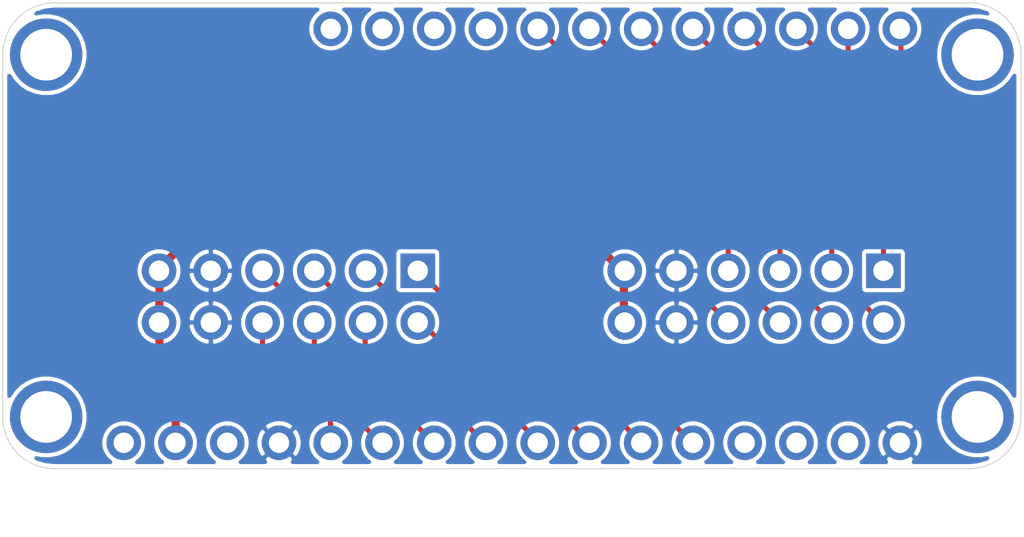
<source format=kicad_pcb>
(kicad_pcb (version 20171130) (host pcbnew "(5.1.2)-1")

  (general
    (thickness 1.6)
    (drawings 0)
    (tracks 79)
    (zones 0)
    (modules 3)
    (nets 19)
  )

  (page A4)
  (layers
    (0 F.Cu signal)
    (31 B.Cu signal)
    (32 B.Adhes user)
    (33 F.Adhes user)
    (34 B.Paste user)
    (35 F.Paste user)
    (36 B.SilkS user)
    (37 F.SilkS user)
    (38 B.Mask user)
    (39 F.Mask user)
    (40 Dwgs.User user)
    (41 Cmts.User user)
    (42 Eco1.User user)
    (43 Eco2.User user)
    (44 Edge.Cuts user)
    (45 Margin user)
    (46 B.CrtYd user)
    (47 F.CrtYd user)
    (48 B.Fab user)
    (49 F.Fab user)
  )

  (setup
    (last_trace_width 0.25)
    (trace_clearance 0.2)
    (zone_clearance 0.508)
    (zone_45_only no)
    (trace_min 0.2)
    (via_size 0.8)
    (via_drill 0.4)
    (via_min_size 0.4)
    (via_min_drill 0.3)
    (uvia_size 0.3)
    (uvia_drill 0.1)
    (uvias_allowed no)
    (uvia_min_size 0.2)
    (uvia_min_drill 0.1)
    (edge_width 0.05)
    (segment_width 0.2)
    (pcb_text_width 0.3)
    (pcb_text_size 1.5 1.5)
    (mod_edge_width 0.12)
    (mod_text_size 1 1)
    (mod_text_width 0.15)
    (pad_size 1.524 1.524)
    (pad_drill 0.762)
    (pad_to_mask_clearance 0.051)
    (solder_mask_min_width 0.25)
    (aux_axis_origin 0 0)
    (visible_elements FFFFFF7F)
    (pcbplotparams
      (layerselection 0x010fc_ffffffff)
      (usegerberextensions false)
      (usegerberattributes false)
      (usegerberadvancedattributes false)
      (creategerberjobfile false)
      (excludeedgelayer true)
      (linewidth 0.100000)
      (plotframeref false)
      (viasonmask false)
      (mode 1)
      (useauxorigin false)
      (hpglpennumber 1)
      (hpglpenspeed 20)
      (hpglpendiameter 15.000000)
      (psnegative false)
      (psa4output false)
      (plotreference true)
      (plotvalue true)
      (plotinvisibletext false)
      (padsonsilk false)
      (subtractmaskfromsilk false)
      (outputformat 1)
      (mirror false)
      (drillshape 1)
      (scaleselection 1)
      (outputdirectory ""))
  )

  (net 0 "")
  (net 1 +3V3)
  (net 2 GND)
  (net 3 /P1_10)
  (net 4 /P1_4)
  (net 5 /P1_9)
  (net 6 /P1_3)
  (net 7 /P1_8)
  (net 8 /P1_2)
  (net 9 /P1_7)
  (net 10 /P1_1)
  (net 11 /P2_10)
  (net 12 /P2_4)
  (net 13 /P2_9)
  (net 14 /P2_3)
  (net 15 /P2_8)
  (net 16 /P2_2)
  (net 17 /P2_7)
  (net 18 /P2_1)

  (net_class Default "This is the default net class."
    (clearance 0.2)
    (trace_width 0.25)
    (via_dia 0.8)
    (via_drill 0.4)
    (uvia_dia 0.3)
    (uvia_drill 0.1)
    (add_net +3V3)
    (add_net /P1_1)
    (add_net /P1_10)
    (add_net /P1_2)
    (add_net /P1_3)
    (add_net /P1_4)
    (add_net /P1_7)
    (add_net /P1_8)
    (add_net /P1_9)
    (add_net /P2_1)
    (add_net /P2_10)
    (add_net /P2_2)
    (add_net /P2_3)
    (add_net /P2_4)
    (add_net /P2_7)
    (add_net /P2_8)
    (add_net /P2_9)
    (add_net GND)
    (add_net "Net-(J1-Pad1)")
    (add_net "Net-(J1-Pad13)")
    (add_net "Net-(J1-Pad14)")
    (add_net "Net-(J1-Pad15)")
    (add_net "Net-(J1-Pad25)")
    (add_net "Net-(J1-Pad26)")
    (add_net "Net-(J1-Pad27)")
    (add_net "Net-(J1-Pad28)")
    (add_net "Net-(J1-Pad3)")
  )

  (module josh-footprints:PMOD_HOST locked (layer F.Cu) (tedit 5D1200D6) (tstamp 5D1282A7)
    (at 99.822 75.946 270)
    (descr "Through hole angled socket strip, 2x06, 2.54mm pitch, 8.51mm socket length, double cols (from Kicad 4.0.7), script generated")
    (tags "Through hole angled socket strip THT 2x06 2.54mm double row")
    (path /5D13FDD1)
    (fp_text reference J3 (at 0.3192 9.10956 270) (layer F.SilkS) hide
      (effects (font (size 1 1) (thickness 0.15)))
    )
    (fp_text value PMOD (at 0.3192 -9.13044 270) (layer F.Fab)
      (effects (font (size 1 1) (thickness 0.15)))
    )
    (fp_text user "Board Edge" (at 5.6388 -0.3556) (layer F.Fab)
      (effects (font (size 0.8 0.8) (thickness 0.1)))
    )
    (fp_line (start 7.2136 -0.3556) (end 6.4008 0.3048) (layer F.Fab) (width 0.12))
    (fp_line (start 6.4008 -1.1176) (end 7.2136 -0.3556) (layer F.Fab) (width 0.12))
    (fp_line (start 7.366 8.0772) (end 7.366 -8.0264) (layer F.Fab) (width 0.12))
    (fp_line (start -7.1308 8.13956) (end 7.7192 8.13956) (layer F.CrtYd) (width 0.05))
    (fp_line (start 7.7192 8.13956) (end 7.7192 -8.11044) (layer F.CrtYd) (width 0.05))
    (fp_line (start 7.7192 -8.11044) (end -7.1308 -8.11044) (layer F.CrtYd) (width 0.05))
    (fp_line (start -7.1308 -8.11044) (end -7.1308 8.13956) (layer F.CrtYd) (width 0.05))
    (pad 1 thru_hole rect (at -5.3308 -6.36044 90) (size 1.7 1.7) (drill 1) (layers *.Cu *.Mask)
      (net 10 /P1_1))
    (pad 12 thru_hole oval (at -2.7908 6.33956 90) (size 1.7 1.7) (drill 1) (layers *.Cu *.Mask)
      (net 1 +3V3))
    (pad 5 thru_hole oval (at -5.3308 3.79956 90) (size 1.7 1.7) (drill 1) (layers *.Cu *.Mask)
      (net 2 GND))
    (pad 11 thru_hole oval (at -2.7908 3.79956 90) (size 1.7 1.7) (drill 1) (layers *.Cu *.Mask)
      (net 2 GND))
    (pad 4 thru_hole oval (at -5.3308 1.25956 90) (size 1.7 1.7) (drill 1) (layers *.Cu *.Mask)
      (net 4 /P1_4))
    (pad 10 thru_hole oval (at -2.7908 1.25956 90) (size 1.7 1.7) (drill 1) (layers *.Cu *.Mask)
      (net 3 /P1_10))
    (pad 3 thru_hole oval (at -5.3308 -1.28044 90) (size 1.7 1.7) (drill 1) (layers *.Cu *.Mask)
      (net 6 /P1_3))
    (pad 9 thru_hole oval (at -2.7908 -1.28044 90) (size 1.7 1.7) (drill 1) (layers *.Cu *.Mask)
      (net 5 /P1_9))
    (pad 2 thru_hole oval (at -5.3308 -3.82044 90) (size 1.7 1.7) (drill 1) (layers *.Cu *.Mask)
      (net 8 /P1_2))
    (pad 8 thru_hole oval (at -2.7908 -3.82044 90) (size 1.7 1.7) (drill 1) (layers *.Cu *.Mask)
      (net 7 /P1_8))
    (pad 6 thru_hole oval (at -5.3308 6.33956 90) (size 1.7 1.7) (drill 1) (layers *.Cu *.Mask)
      (net 1 +3V3))
    (pad 7 thru_hole oval (at -2.7908 -6.36044 90) (size 1.7 1.7) (drill 1) (layers *.Cu *.Mask)
      (net 9 /P1_7))
    (model ${KISYS3DMOD}/Connector_PinSocket_2.54mm.3dshapes/PinSocket_2x06_P2.54mm_Horizontal.wrl
      (offset (xyz -5.35 -6.35 0))
      (scale (xyz 1 1 1))
      (rotate (xyz 0 0 -180))
    )
  )

  (module josh-footprints:PMOD_HOST locked (layer F.Cu) (tedit 5D1200D6) (tstamp 5D12828F)
    (at 122.682 75.946 270)
    (descr "Through hole angled socket strip, 2x06, 2.54mm pitch, 8.51mm socket length, double cols (from Kicad 4.0.7), script generated")
    (tags "Through hole angled socket strip THT 2x06 2.54mm double row")
    (path /5D13969D)
    (fp_text reference J2 (at 0.3192 9.10956 270) (layer F.SilkS) hide
      (effects (font (size 1 1) (thickness 0.15)))
    )
    (fp_text value PMOD (at 0.3192 -9.13044 270) (layer F.Fab)
      (effects (font (size 1 1) (thickness 0.15)))
    )
    (fp_text user "Board Edge" (at 5.6388 -0.3556) (layer F.Fab)
      (effects (font (size 0.8 0.8) (thickness 0.1)))
    )
    (fp_line (start 7.2136 -0.3556) (end 6.4008 0.3048) (layer F.Fab) (width 0.12))
    (fp_line (start 6.4008 -1.1176) (end 7.2136 -0.3556) (layer F.Fab) (width 0.12))
    (fp_line (start 7.366 8.0772) (end 7.366 -8.0264) (layer F.Fab) (width 0.12))
    (fp_line (start -7.1308 8.13956) (end 7.7192 8.13956) (layer F.CrtYd) (width 0.05))
    (fp_line (start 7.7192 8.13956) (end 7.7192 -8.11044) (layer F.CrtYd) (width 0.05))
    (fp_line (start 7.7192 -8.11044) (end -7.1308 -8.11044) (layer F.CrtYd) (width 0.05))
    (fp_line (start -7.1308 -8.11044) (end -7.1308 8.13956) (layer F.CrtYd) (width 0.05))
    (pad 1 thru_hole rect (at -5.3308 -6.36044 90) (size 1.7 1.7) (drill 1) (layers *.Cu *.Mask)
      (net 18 /P2_1))
    (pad 12 thru_hole oval (at -2.7908 6.33956 90) (size 1.7 1.7) (drill 1) (layers *.Cu *.Mask)
      (net 1 +3V3))
    (pad 5 thru_hole oval (at -5.3308 3.79956 90) (size 1.7 1.7) (drill 1) (layers *.Cu *.Mask)
      (net 2 GND))
    (pad 11 thru_hole oval (at -2.7908 3.79956 90) (size 1.7 1.7) (drill 1) (layers *.Cu *.Mask)
      (net 2 GND))
    (pad 4 thru_hole oval (at -5.3308 1.25956 90) (size 1.7 1.7) (drill 1) (layers *.Cu *.Mask)
      (net 12 /P2_4))
    (pad 10 thru_hole oval (at -2.7908 1.25956 90) (size 1.7 1.7) (drill 1) (layers *.Cu *.Mask)
      (net 11 /P2_10))
    (pad 3 thru_hole oval (at -5.3308 -1.28044 90) (size 1.7 1.7) (drill 1) (layers *.Cu *.Mask)
      (net 14 /P2_3))
    (pad 9 thru_hole oval (at -2.7908 -1.28044 90) (size 1.7 1.7) (drill 1) (layers *.Cu *.Mask)
      (net 13 /P2_9))
    (pad 2 thru_hole oval (at -5.3308 -3.82044 90) (size 1.7 1.7) (drill 1) (layers *.Cu *.Mask)
      (net 16 /P2_2))
    (pad 8 thru_hole oval (at -2.7908 -3.82044 90) (size 1.7 1.7) (drill 1) (layers *.Cu *.Mask)
      (net 15 /P2_8))
    (pad 6 thru_hole oval (at -5.3308 6.33956 90) (size 1.7 1.7) (drill 1) (layers *.Cu *.Mask)
      (net 1 +3V3))
    (pad 7 thru_hole oval (at -2.7908 -6.36044 90) (size 1.7 1.7) (drill 1) (layers *.Cu *.Mask)
      (net 17 /P2_7))
    (model ${KISYS3DMOD}/Connector_PinSocket_2.54mm.3dshapes/PinSocket_2x06_P2.54mm_Horizontal.wrl
      (offset (xyz -5.35 -6.35 0))
      (scale (xyz 1 1 1))
      (rotate (xyz 0 0 -180))
    )
  )

  (module josh-footprints:PCB_FeatherWing (layer F.Cu) (tedit 5D104B8C) (tstamp 5D129B7C)
    (at 110.8 68.9)
    (path /5D133E2D)
    (fp_text reference J1 (at 0 1) (layer F.Fab)
      (effects (font (size 0.6 0.6) (thickness 0.1)))
    )
    (fp_text value Feather (at 0 0 180) (layer F.Fab)
      (effects (font (size 0.6 0.5) (thickness 0.1)))
    )
    (fp_text user %R (at 17.78 8.89 180) (layer Eco1.User)
      (effects (font (size 0.3 0.3) (thickness 0.03)))
    )
    (fp_arc (start -22.4536 -8.89) (end -24.9936 -8.89) (angle 90) (layer Edge.Cuts) (width 0.05))
    (fp_arc (start -22.4536 8.89) (end -22.4536 11.43) (angle 90) (layer Edge.Cuts) (width 0.05))
    (fp_arc (start 22.4536 8.89) (end 22.4536 11.43) (angle -88.9) (layer Edge.Cuts) (width 0.05))
    (fp_arc (start 22.4536 -8.89) (end 22.4536 -11.43) (angle 90) (layer Edge.Cuts) (width 0.05))
    (fp_line (start -24.9936 -8.89) (end -24.9936 8.89) (layer Edge.Cuts) (width 0.05))
    (fp_line (start -22.4536 11.43) (end 22.4536 11.43) (layer Edge.Cuts) (width 0.05))
    (fp_line (start 24.993132 8.938762) (end 24.9936 -8.89) (layer Edge.Cuts) (width 0.05))
    (fp_line (start 22.4536 -11.43) (end -22.4536 -11.43) (layer Edge.Cuts) (width 0.05))
    (pad 2 thru_hole circle (at -16.51 10.16) (size 1.7 1.7) (drill 1) (layers *.Cu *.Mask)
      (net 1 +3V3))
    (pad 3 thru_hole circle (at -13.97 10.16) (size 1.7 1.7) (drill 1) (layers *.Cu *.Mask))
    (pad 4 thru_hole circle (at -11.43 10.16) (size 1.7 1.7) (drill 1) (layers *.Cu *.Mask)
      (net 2 GND))
    (pad 5 thru_hole circle (at -8.89 10.16) (size 1.7 1.7) (drill 1) (layers *.Cu *.Mask)
      (net 3 /P1_10))
    (pad 6 thru_hole circle (at -6.35 10.16) (size 1.7 1.7) (drill 1) (layers *.Cu *.Mask)
      (net 4 /P1_4))
    (pad 7 thru_hole circle (at -3.81 10.16) (size 1.7 1.7) (drill 1) (layers *.Cu *.Mask)
      (net 5 /P1_9))
    (pad 8 thru_hole circle (at -1.27 10.16) (size 1.7 1.7) (drill 1) (layers *.Cu *.Mask)
      (net 6 /P1_3))
    (pad 9 thru_hole circle (at 1.27 10.16) (size 1.7 1.7) (drill 1) (layers *.Cu *.Mask)
      (net 7 /P1_8))
    (pad 10 thru_hole circle (at 3.81 10.16) (size 1.7 1.7) (drill 1) (layers *.Cu *.Mask)
      (net 8 /P1_2))
    (pad 11 thru_hole circle (at 6.35 10.16) (size 1.7 1.7) (drill 1) (layers *.Cu *.Mask)
      (net 9 /P1_7))
    (pad 12 thru_hole circle (at 8.89 10.16) (size 1.7 1.7) (drill 1) (layers *.Cu *.Mask)
      (net 10 /P1_1))
    (pad 13 thru_hole circle (at 11.43 10.16) (size 1.7 1.7) (drill 1) (layers *.Cu *.Mask))
    (pad 14 thru_hole circle (at 13.97 10.16) (size 1.7 1.7) (drill 1) (layers *.Cu *.Mask))
    (pad 15 thru_hole circle (at 16.51 10.16) (size 1.7 1.7) (drill 1) (layers *.Cu *.Mask))
    (pad 1 thru_hole circle (at -19.05 10.16) (size 1.7 1.7) (drill 1) (layers *.Cu *.Mask))
    (pad 16 thru_hole circle (at 19.05 10.16) (size 1.7 1.7) (drill 1) (layers *.Cu *.Mask)
      (net 2 GND))
    (pad 28 thru_hole circle (at -8.89 -10.16) (size 1.7 1.7) (drill 1) (layers *.Cu *.Mask))
    (pad 27 thru_hole circle (at -6.35 -10.16) (size 1.7 1.7) (drill 1) (layers *.Cu *.Mask))
    (pad 26 thru_hole circle (at -3.81 -10.16) (size 1.7 1.7) (drill 1) (layers *.Cu *.Mask))
    (pad 25 thru_hole circle (at -1.27 -10.16) (size 1.7 1.7) (drill 1) (layers *.Cu *.Mask))
    (pad 24 thru_hole circle (at 1.27 -10.16) (size 1.7 1.7) (drill 1) (layers *.Cu *.Mask)
      (net 11 /P2_10))
    (pad 23 thru_hole circle (at 3.81 -10.16) (size 1.7 1.7) (drill 1) (layers *.Cu *.Mask)
      (net 12 /P2_4))
    (pad 22 thru_hole circle (at 6.35 -10.16) (size 1.7 1.7) (drill 1) (layers *.Cu *.Mask)
      (net 13 /P2_9))
    (pad 21 thru_hole circle (at 8.89 -10.16) (size 1.7 1.7) (drill 1) (layers *.Cu *.Mask)
      (net 14 /P2_3))
    (pad 20 thru_hole circle (at 11.43 -10.16) (size 1.7 1.7) (drill 1) (layers *.Cu *.Mask)
      (net 15 /P2_8))
    (pad 19 thru_hole circle (at 13.97 -10.16) (size 1.7 1.7) (drill 1) (layers *.Cu *.Mask)
      (net 16 /P2_2))
    (pad 18 thru_hole circle (at 16.51 -10.16) (size 1.7 1.7) (drill 1) (layers *.Cu *.Mask)
      (net 17 /P2_7))
    (pad 17 thru_hole circle (at 19.05 -10.16) (size 1.7 1.7) (drill 1) (layers *.Cu *.Mask)
      (net 18 /P2_1))
    (pad "" np_thru_hole circle (at -22.86 -8.89) (size 3.556 3.556) (drill 2.54) (layers *.Cu *.Mask))
    (pad "" np_thru_hole circle (at 22.86 -8.89) (size 3.556 3.556) (drill 2.54) (layers *.Cu *.Mask))
    (pad "" np_thru_hole circle (at -22.86 8.89) (size 3.556 3.556) (drill 2.54) (layers *.Cu *.Mask))
    (pad "" np_thru_hole circle (at 22.86 8.89) (size 3.556 3.556) (drill 2.54) (layers *.Cu *.Mask))
  )

  (segment (start 116.4 73.1) (end 116.3 73.2) (width 0.3) (layer F.Cu) (net 1))
  (segment (start 116.3 70.7) (end 116.3 73.2) (width 0.4) (layer F.Cu) (net 1))
  (segment (start 114.5 68.9) (end 116.3 70.7) (width 0.4) (layer F.Cu) (net 1))
  (segment (start 97.195559 68.9) (end 114.5 68.9) (width 0.4) (layer F.Cu) (net 1))
  (segment (start 97.195559 68.9) (end 95.1 68.9) (width 0.4) (layer F.Cu) (net 1))
  (segment (start 95.1 68.9) (end 93.4 70.6) (width 0.4) (layer F.Cu) (net 1))
  (segment (start 93.4 70.6) (end 93.5 70.7) (width 0.4) (layer F.Cu) (net 1) (tstamp 5D129C74))
  (segment (start 93.5 72) (end 93.5 72.7) (width 0.4) (layer F.Cu) (net 1))
  (segment (start 93.5 70.7) (end 93.5 72) (width 0.4) (layer F.Cu) (net 1))
  (segment (start 93.5 72) (end 93.5 73.2) (width 0.4) (layer F.Cu) (net 1))
  (segment (start 93.5 72.7) (end 93.5 74.8) (width 0.4) (layer F.Cu) (net 1))
  (segment (start 93.5 74.8) (end 94.3 75.6) (width 0.4) (layer F.Cu) (net 1))
  (segment (start 94.3 75.6) (end 94.3 79) (width 0.4) (layer F.Cu) (net 1))
  (segment (start 96.02244 73.17756) (end 96 73.2) (width 0.3) (layer F.Cu) (net 2))
  (segment (start 98.56244 74.357281) (end 101.9 77.694841) (width 0.25) (layer F.Cu) (net 3))
  (segment (start 98.56244 73.1552) (end 98.56244 74.357281) (width 0.25) (layer F.Cu) (net 3))
  (segment (start 101.9 77.694841) (end 101.9 79.1) (width 0.25) (layer F.Cu) (net 3))
  (segment (start 99.8 74.5) (end 104.4 79.1) (width 0.25) (layer F.Cu) (net 4))
  (segment (start 98.56244 70.6152) (end 99.8 71.85276) (width 0.25) (layer F.Cu) (net 4))
  (segment (start 99.8 71.85276) (end 99.8 74.5) (width 0.25) (layer F.Cu) (net 4))
  (segment (start 101.10244 74.357281) (end 104.245159 77.5) (width 0.25) (layer F.Cu) (net 5))
  (segment (start 101.10244 73.1552) (end 101.10244 74.357281) (width 0.25) (layer F.Cu) (net 5))
  (segment (start 104.245159 77.5) (end 105.4 77.5) (width 0.25) (layer F.Cu) (net 5))
  (segment (start 105.4 77.5) (end 106.9 79) (width 0.25) (layer F.Cu) (net 5))
  (segment (start 107.3 76.9) (end 109.5 79.1) (width 0.25) (layer F.Cu) (net 6))
  (segment (start 105.1 76.9) (end 107.3 76.9) (width 0.25) (layer F.Cu) (net 6))
  (segment (start 102.4 74.2) (end 105.1 76.9) (width 0.25) (layer F.Cu) (net 6))
  (segment (start 101.10244 70.6152) (end 102.4 71.91276) (width 0.25) (layer F.Cu) (net 6))
  (segment (start 102.4 71.91276) (end 102.4 74.2) (width 0.25) (layer F.Cu) (net 6))
  (segment (start 103.6 73.19764) (end 103.64244 73.1552) (width 0.25) (layer F.Cu) (net 7))
  (segment (start 103.6 73.6) (end 103.6 73.19764) (width 0.25) (layer F.Cu) (net 7))
  (segment (start 110.85 77.75) (end 112.2 79.1) (width 0.25) (layer F.Cu) (net 7))
  (segment (start 109.15 77.75) (end 110.85 77.75) (width 0.25) (layer F.Cu) (net 7))
  (segment (start 107.7 76.3) (end 109.15 77.75) (width 0.25) (layer F.Cu) (net 7))
  (segment (start 105.5 76.3) (end 107.7 76.3) (width 0.25) (layer F.Cu) (net 7))
  (segment (start 103.6 73.19764) (end 103.6 74.4) (width 0.25) (layer F.Cu) (net 7))
  (segment (start 103.6 74.4) (end 105.5 76.3) (width 0.25) (layer F.Cu) (net 7))
  (segment (start 103.64244 70.6152) (end 104.9 71.87276) (width 0.25) (layer F.Cu) (net 8))
  (segment (start 112.7 77.1) (end 114.6 79) (width 0.25) (layer F.Cu) (net 8))
  (segment (start 104.9 74.1) (end 106.3 75.5) (width 0.25) (layer F.Cu) (net 8))
  (segment (start 106.3 75.5) (end 107.9 75.5) (width 0.25) (layer F.Cu) (net 8))
  (segment (start 107.9 75.5) (end 109.5 77.1) (width 0.25) (layer F.Cu) (net 8))
  (segment (start 104.9 71.87276) (end 104.9 74.1) (width 0.25) (layer F.Cu) (net 8))
  (segment (start 109.5 77.1) (end 112.7 77.1) (width 0.25) (layer F.Cu) (net 8))
  (segment (start 106.18244 73.1552) (end 106.391611 73.1552) (width 0.25) (layer F.Cu) (net 9))
  (segment (start 114.6 76.5) (end 117.2 79.1) (width 0.25) (layer F.Cu) (net 9))
  (segment (start 109.7 76.5) (end 114.6 76.5) (width 0.25) (layer F.Cu) (net 9))
  (segment (start 106.3 73.1) (end 109.7 76.5) (width 0.25) (layer F.Cu) (net 9))
  (segment (start 106.2 73.1) (end 106.3 73.1) (width 0.25) (layer F.Cu) (net 9))
  (segment (start 106.18244 73.1552) (end 106.2 73.13764) (width 0.25) (layer F.Cu) (net 9))
  (segment (start 106.2 73.13764) (end 106.2 73.1) (width 0.25) (layer F.Cu) (net 9))
  (segment (start 116.2 75.6) (end 119.7 79.1) (width 0.25) (layer F.Cu) (net 10))
  (segment (start 111.2 75.6) (end 116.2 75.6) (width 0.25) (layer F.Cu) (net 10))
  (segment (start 106.18244 70.6152) (end 106.2152 70.6152) (width 0.25) (layer F.Cu) (net 10))
  (segment (start 106.2152 70.6152) (end 111.2 75.6) (width 0.25) (layer F.Cu) (net 10))
  (segment (start 120.1 66.7) (end 112.1 58.7) (width 0.25) (layer F.Cu) (net 11))
  (segment (start 121.42244 73.1552) (end 120.1 71.83276) (width 0.25) (layer F.Cu) (net 11))
  (segment (start 120.1 71.83276) (end 120.1 66.7) (width 0.25) (layer F.Cu) (net 11))
  (segment (start 121.42244 65.52244) (end 114.6 58.7) (width 0.25) (layer F.Cu) (net 12))
  (segment (start 121.42244 70.6152) (end 121.42244 65.52244) (width 0.25) (layer F.Cu) (net 12))
  (segment (start 122.7 64.4) (end 117.1 58.8) (width 0.25) (layer F.Cu) (net 13))
  (segment (start 123.96244 73.1552) (end 122.7 71.89276) (width 0.25) (layer F.Cu) (net 13))
  (segment (start 122.7 71.89276) (end 122.7 64.4) (width 0.25) (layer F.Cu) (net 13))
  (segment (start 123.96244 63.06244) (end 119.7 58.8) (width 0.25) (layer F.Cu) (net 14))
  (segment (start 123.96244 70.6152) (end 123.96244 63.06244) (width 0.25) (layer F.Cu) (net 14))
  (segment (start 125.2 61.8) (end 122.2 58.8) (width 0.25) (layer F.Cu) (net 15))
  (segment (start 126.50244 73.1552) (end 125.2 71.85276) (width 0.25) (layer F.Cu) (net 15))
  (segment (start 125.2 71.85276) (end 125.2 61.8) (width 0.25) (layer F.Cu) (net 15))
  (segment (start 126.50244 60.50244) (end 124.8 58.8) (width 0.25) (layer F.Cu) (net 16))
  (segment (start 126.50244 70.6152) (end 126.50244 60.50244) (width 0.25) (layer F.Cu) (net 16))
  (segment (start 127.8 72) (end 129 73.2) (width 0.25) (layer F.Cu) (net 17))
  (segment (start 127.8 60.5) (end 127.8 72) (width 0.25) (layer F.Cu) (net 17))
  (segment (start 127.31 60.01) (end 127.8 60.5) (width 0.25) (layer F.Cu) (net 17))
  (segment (start 127.3 58.7) (end 127.31 58.71) (width 0.25) (layer F.Cu) (net 17))
  (segment (start 127.31 58.71) (end 127.31 60.01) (width 0.25) (layer F.Cu) (net 17))
  (segment (start 129.9 58.8) (end 129.8 58.7) (width 0.25) (layer F.Cu) (net 18))
  (segment (start 129.9 60) (end 129.9 58.8) (width 0.25) (layer F.Cu) (net 18))
  (segment (start 129.04244 70.6152) (end 129.04244 60.85756) (width 0.25) (layer F.Cu) (net 18))
  (segment (start 129.04244 60.85756) (end 129.9 60) (width 0.25) (layer F.Cu) (net 18))

  (zone (net 2) (net_name GND) (layer B.Cu) (tstamp 0) (hatch edge 0.508)
    (connect_pads (clearance 0.2))
    (min_thickness 0.2)
    (fill yes (arc_segments 32) (thermal_gap 0.21) (thermal_bridge_width 0.21))
    (polygon
      (pts
        (xy 85.675 57.361987) (xy 135.9 57.323973) (xy 135.95 80.4) (xy 85.725 80.438014)
      )
    )
    (filled_polygon
      (pts
        (xy 101.176918 57.846737) (xy 101.016737 58.006918) (xy 100.890884 58.195271) (xy 100.804194 58.404557) (xy 100.76 58.626735)
        (xy 100.76 58.853265) (xy 100.804194 59.075443) (xy 100.890884 59.284729) (xy 101.016737 59.473082) (xy 101.176918 59.633263)
        (xy 101.365271 59.759116) (xy 101.574557 59.845806) (xy 101.796735 59.89) (xy 102.023265 59.89) (xy 102.245443 59.845806)
        (xy 102.454729 59.759116) (xy 102.643082 59.633263) (xy 102.803263 59.473082) (xy 102.929116 59.284729) (xy 103.015806 59.075443)
        (xy 103.06 58.853265) (xy 103.06 58.626735) (xy 103.015806 58.404557) (xy 102.929116 58.195271) (xy 102.803263 58.006918)
        (xy 102.643082 57.846737) (xy 102.565652 57.795) (xy 103.794348 57.795) (xy 103.716918 57.846737) (xy 103.556737 58.006918)
        (xy 103.430884 58.195271) (xy 103.344194 58.404557) (xy 103.3 58.626735) (xy 103.3 58.853265) (xy 103.344194 59.075443)
        (xy 103.430884 59.284729) (xy 103.556737 59.473082) (xy 103.716918 59.633263) (xy 103.905271 59.759116) (xy 104.114557 59.845806)
        (xy 104.336735 59.89) (xy 104.563265 59.89) (xy 104.785443 59.845806) (xy 104.994729 59.759116) (xy 105.183082 59.633263)
        (xy 105.343263 59.473082) (xy 105.469116 59.284729) (xy 105.555806 59.075443) (xy 105.6 58.853265) (xy 105.6 58.626735)
        (xy 105.555806 58.404557) (xy 105.469116 58.195271) (xy 105.343263 58.006918) (xy 105.183082 57.846737) (xy 105.105652 57.795)
        (xy 106.334348 57.795) (xy 106.256918 57.846737) (xy 106.096737 58.006918) (xy 105.970884 58.195271) (xy 105.884194 58.404557)
        (xy 105.84 58.626735) (xy 105.84 58.853265) (xy 105.884194 59.075443) (xy 105.970884 59.284729) (xy 106.096737 59.473082)
        (xy 106.256918 59.633263) (xy 106.445271 59.759116) (xy 106.654557 59.845806) (xy 106.876735 59.89) (xy 107.103265 59.89)
        (xy 107.325443 59.845806) (xy 107.534729 59.759116) (xy 107.723082 59.633263) (xy 107.883263 59.473082) (xy 108.009116 59.284729)
        (xy 108.095806 59.075443) (xy 108.14 58.853265) (xy 108.14 58.626735) (xy 108.095806 58.404557) (xy 108.009116 58.195271)
        (xy 107.883263 58.006918) (xy 107.723082 57.846737) (xy 107.645652 57.795) (xy 108.874348 57.795) (xy 108.796918 57.846737)
        (xy 108.636737 58.006918) (xy 108.510884 58.195271) (xy 108.424194 58.404557) (xy 108.38 58.626735) (xy 108.38 58.853265)
        (xy 108.424194 59.075443) (xy 108.510884 59.284729) (xy 108.636737 59.473082) (xy 108.796918 59.633263) (xy 108.985271 59.759116)
        (xy 109.194557 59.845806) (xy 109.416735 59.89) (xy 109.643265 59.89) (xy 109.865443 59.845806) (xy 110.074729 59.759116)
        (xy 110.263082 59.633263) (xy 110.423263 59.473082) (xy 110.549116 59.284729) (xy 110.635806 59.075443) (xy 110.68 58.853265)
        (xy 110.68 58.626735) (xy 110.635806 58.404557) (xy 110.549116 58.195271) (xy 110.423263 58.006918) (xy 110.263082 57.846737)
        (xy 110.185652 57.795) (xy 111.414348 57.795) (xy 111.336918 57.846737) (xy 111.176737 58.006918) (xy 111.050884 58.195271)
        (xy 110.964194 58.404557) (xy 110.92 58.626735) (xy 110.92 58.853265) (xy 110.964194 59.075443) (xy 111.050884 59.284729)
        (xy 111.176737 59.473082) (xy 111.336918 59.633263) (xy 111.525271 59.759116) (xy 111.734557 59.845806) (xy 111.956735 59.89)
        (xy 112.183265 59.89) (xy 112.405443 59.845806) (xy 112.614729 59.759116) (xy 112.803082 59.633263) (xy 112.963263 59.473082)
        (xy 113.089116 59.284729) (xy 113.175806 59.075443) (xy 113.22 58.853265) (xy 113.22 58.626735) (xy 113.175806 58.404557)
        (xy 113.089116 58.195271) (xy 112.963263 58.006918) (xy 112.803082 57.846737) (xy 112.725652 57.795) (xy 113.954348 57.795)
        (xy 113.876918 57.846737) (xy 113.716737 58.006918) (xy 113.590884 58.195271) (xy 113.504194 58.404557) (xy 113.46 58.626735)
        (xy 113.46 58.853265) (xy 113.504194 59.075443) (xy 113.590884 59.284729) (xy 113.716737 59.473082) (xy 113.876918 59.633263)
        (xy 114.065271 59.759116) (xy 114.274557 59.845806) (xy 114.496735 59.89) (xy 114.723265 59.89) (xy 114.945443 59.845806)
        (xy 115.154729 59.759116) (xy 115.343082 59.633263) (xy 115.503263 59.473082) (xy 115.629116 59.284729) (xy 115.715806 59.075443)
        (xy 115.76 58.853265) (xy 115.76 58.626735) (xy 115.715806 58.404557) (xy 115.629116 58.195271) (xy 115.503263 58.006918)
        (xy 115.343082 57.846737) (xy 115.265652 57.795) (xy 116.494348 57.795) (xy 116.416918 57.846737) (xy 116.256737 58.006918)
        (xy 116.130884 58.195271) (xy 116.044194 58.404557) (xy 116 58.626735) (xy 116 58.853265) (xy 116.044194 59.075443)
        (xy 116.130884 59.284729) (xy 116.256737 59.473082) (xy 116.416918 59.633263) (xy 116.605271 59.759116) (xy 116.814557 59.845806)
        (xy 117.036735 59.89) (xy 117.263265 59.89) (xy 117.485443 59.845806) (xy 117.694729 59.759116) (xy 117.883082 59.633263)
        (xy 118.043263 59.473082) (xy 118.169116 59.284729) (xy 118.255806 59.075443) (xy 118.3 58.853265) (xy 118.3 58.626735)
        (xy 118.255806 58.404557) (xy 118.169116 58.195271) (xy 118.043263 58.006918) (xy 117.883082 57.846737) (xy 117.805652 57.795)
        (xy 119.034348 57.795) (xy 118.956918 57.846737) (xy 118.796737 58.006918) (xy 118.670884 58.195271) (xy 118.584194 58.404557)
        (xy 118.54 58.626735) (xy 118.54 58.853265) (xy 118.584194 59.075443) (xy 118.670884 59.284729) (xy 118.796737 59.473082)
        (xy 118.956918 59.633263) (xy 119.145271 59.759116) (xy 119.354557 59.845806) (xy 119.576735 59.89) (xy 119.803265 59.89)
        (xy 120.025443 59.845806) (xy 120.234729 59.759116) (xy 120.423082 59.633263) (xy 120.583263 59.473082) (xy 120.709116 59.284729)
        (xy 120.795806 59.075443) (xy 120.84 58.853265) (xy 120.84 58.626735) (xy 120.795806 58.404557) (xy 120.709116 58.195271)
        (xy 120.583263 58.006918) (xy 120.423082 57.846737) (xy 120.345652 57.795) (xy 121.574348 57.795) (xy 121.496918 57.846737)
        (xy 121.336737 58.006918) (xy 121.210884 58.195271) (xy 121.124194 58.404557) (xy 121.08 58.626735) (xy 121.08 58.853265)
        (xy 121.124194 59.075443) (xy 121.210884 59.284729) (xy 121.336737 59.473082) (xy 121.496918 59.633263) (xy 121.685271 59.759116)
        (xy 121.894557 59.845806) (xy 122.116735 59.89) (xy 122.343265 59.89) (xy 122.565443 59.845806) (xy 122.774729 59.759116)
        (xy 122.963082 59.633263) (xy 123.123263 59.473082) (xy 123.249116 59.284729) (xy 123.335806 59.075443) (xy 123.38 58.853265)
        (xy 123.38 58.626735) (xy 123.335806 58.404557) (xy 123.249116 58.195271) (xy 123.123263 58.006918) (xy 122.963082 57.846737)
        (xy 122.885652 57.795) (xy 124.114348 57.795) (xy 124.036918 57.846737) (xy 123.876737 58.006918) (xy 123.750884 58.195271)
        (xy 123.664194 58.404557) (xy 123.62 58.626735) (xy 123.62 58.853265) (xy 123.664194 59.075443) (xy 123.750884 59.284729)
        (xy 123.876737 59.473082) (xy 124.036918 59.633263) (xy 124.225271 59.759116) (xy 124.434557 59.845806) (xy 124.656735 59.89)
        (xy 124.883265 59.89) (xy 125.105443 59.845806) (xy 125.314729 59.759116) (xy 125.503082 59.633263) (xy 125.663263 59.473082)
        (xy 125.789116 59.284729) (xy 125.875806 59.075443) (xy 125.92 58.853265) (xy 125.92 58.626735) (xy 125.875806 58.404557)
        (xy 125.789116 58.195271) (xy 125.663263 58.006918) (xy 125.503082 57.846737) (xy 125.425652 57.795) (xy 126.654348 57.795)
        (xy 126.576918 57.846737) (xy 126.416737 58.006918) (xy 126.290884 58.195271) (xy 126.204194 58.404557) (xy 126.16 58.626735)
        (xy 126.16 58.853265) (xy 126.204194 59.075443) (xy 126.290884 59.284729) (xy 126.416737 59.473082) (xy 126.576918 59.633263)
        (xy 126.765271 59.759116) (xy 126.974557 59.845806) (xy 127.196735 59.89) (xy 127.423265 59.89) (xy 127.645443 59.845806)
        (xy 127.854729 59.759116) (xy 128.043082 59.633263) (xy 128.203263 59.473082) (xy 128.329116 59.284729) (xy 128.415806 59.075443)
        (xy 128.46 58.853265) (xy 128.46 58.626735) (xy 128.415806 58.404557) (xy 128.329116 58.195271) (xy 128.203263 58.006918)
        (xy 128.043082 57.846737) (xy 127.965652 57.795) (xy 129.194348 57.795) (xy 129.116918 57.846737) (xy 128.956737 58.006918)
        (xy 128.830884 58.195271) (xy 128.744194 58.404557) (xy 128.7 58.626735) (xy 128.7 58.853265) (xy 128.744194 59.075443)
        (xy 128.830884 59.284729) (xy 128.956737 59.473082) (xy 129.116918 59.633263) (xy 129.305271 59.759116) (xy 129.514557 59.845806)
        (xy 129.736735 59.89) (xy 129.963265 59.89) (xy 130.185443 59.845806) (xy 130.394729 59.759116) (xy 130.583082 59.633263)
        (xy 130.743263 59.473082) (xy 130.869116 59.284729) (xy 130.955806 59.075443) (xy 131 58.853265) (xy 131 58.626735)
        (xy 130.955806 58.404557) (xy 130.869116 58.195271) (xy 130.743263 58.006918) (xy 130.583082 57.846737) (xy 130.505652 57.795)
        (xy 133.237703 57.795) (xy 133.683526 57.838713) (xy 134.097078 57.963572) (xy 134.141122 57.986991) (xy 133.864665 57.932)
        (xy 133.455335 57.932) (xy 133.05387 58.011856) (xy 132.675698 58.1685) (xy 132.335352 58.395912) (xy 132.045912 58.685352)
        (xy 131.8185 59.025698) (xy 131.661856 59.40387) (xy 131.582 59.805335) (xy 131.582 60.214665) (xy 131.661856 60.61613)
        (xy 131.8185 60.994302) (xy 132.045912 61.334648) (xy 132.335352 61.624088) (xy 132.675698 61.8515) (xy 133.05387 62.008144)
        (xy 133.455335 62.088) (xy 133.864665 62.088) (xy 134.26613 62.008144) (xy 134.644302 61.8515) (xy 134.984648 61.624088)
        (xy 135.274088 61.334648) (xy 135.468573 61.04358) (xy 135.468161 76.755802) (xy 135.274088 76.465352) (xy 134.984648 76.175912)
        (xy 134.644302 75.9485) (xy 134.26613 75.791856) (xy 133.864665 75.712) (xy 133.455335 75.712) (xy 133.05387 75.791856)
        (xy 132.675698 75.9485) (xy 132.335352 76.175912) (xy 132.045912 76.465352) (xy 131.8185 76.805698) (xy 131.661856 77.18387)
        (xy 131.582 77.585335) (xy 131.582 77.994665) (xy 131.661856 78.39613) (xy 131.8185 78.774302) (xy 132.045912 79.114648)
        (xy 132.335352 79.404088) (xy 132.675698 79.6315) (xy 133.05387 79.788144) (xy 133.455335 79.868) (xy 133.864665 79.868)
        (xy 134.134505 79.814326) (xy 134.072009 79.846582) (xy 133.656007 79.966655) (xy 133.238696 80.005) (xy 130.531534 80.005)
        (xy 130.615869 79.83294) (xy 129.85 79.067071) (xy 129.084131 79.83294) (xy 129.168466 80.005) (xy 127.965652 80.005)
        (xy 128.043082 79.953263) (xy 128.203263 79.793082) (xy 128.329116 79.604729) (xy 128.415806 79.395443) (xy 128.46 79.173265)
        (xy 128.46 79.019235) (xy 128.685101 79.019235) (xy 128.699532 79.247279) (xy 128.758174 79.468126) (xy 128.858774 79.673289)
        (xy 128.904069 79.741078) (xy 129.07706 79.825869) (xy 129.842929 79.06) (xy 129.857071 79.06) (xy 130.62294 79.825869)
        (xy 130.795931 79.741078) (xy 130.910627 79.54345) (xy 130.984563 79.327242) (xy 131.014899 79.100765) (xy 131.000468 78.872721)
        (xy 130.941826 78.651874) (xy 130.841226 78.446711) (xy 130.795931 78.378922) (xy 130.62294 78.294131) (xy 129.857071 79.06)
        (xy 129.842929 79.06) (xy 129.07706 78.294131) (xy 128.904069 78.378922) (xy 128.789373 78.57655) (xy 128.715437 78.792758)
        (xy 128.685101 79.019235) (xy 128.46 79.019235) (xy 128.46 78.946735) (xy 128.415806 78.724557) (xy 128.329116 78.515271)
        (xy 128.203263 78.326918) (xy 128.163405 78.28706) (xy 129.084131 78.28706) (xy 129.85 79.052929) (xy 130.615869 78.28706)
        (xy 130.531078 78.114069) (xy 130.33345 77.999373) (xy 130.117242 77.925437) (xy 129.890765 77.895101) (xy 129.662721 77.909532)
        (xy 129.441874 77.968174) (xy 129.236711 78.068774) (xy 129.168922 78.114069) (xy 129.084131 78.28706) (xy 128.163405 78.28706)
        (xy 128.043082 78.166737) (xy 127.854729 78.040884) (xy 127.645443 77.954194) (xy 127.423265 77.91) (xy 127.196735 77.91)
        (xy 126.974557 77.954194) (xy 126.765271 78.040884) (xy 126.576918 78.166737) (xy 126.416737 78.326918) (xy 126.290884 78.515271)
        (xy 126.204194 78.724557) (xy 126.16 78.946735) (xy 126.16 79.173265) (xy 126.204194 79.395443) (xy 126.290884 79.604729)
        (xy 126.416737 79.793082) (xy 126.576918 79.953263) (xy 126.654348 80.005) (xy 125.425652 80.005) (xy 125.503082 79.953263)
        (xy 125.663263 79.793082) (xy 125.789116 79.604729) (xy 125.875806 79.395443) (xy 125.92 79.173265) (xy 125.92 78.946735)
        (xy 125.875806 78.724557) (xy 125.789116 78.515271) (xy 125.663263 78.326918) (xy 125.503082 78.166737) (xy 125.314729 78.040884)
        (xy 125.105443 77.954194) (xy 124.883265 77.91) (xy 124.656735 77.91) (xy 124.434557 77.954194) (xy 124.225271 78.040884)
        (xy 124.036918 78.166737) (xy 123.876737 78.326918) (xy 123.750884 78.515271) (xy 123.664194 78.724557) (xy 123.62 78.946735)
        (xy 123.62 79.173265) (xy 123.664194 79.395443) (xy 123.750884 79.604729) (xy 123.876737 79.793082) (xy 124.036918 79.953263)
        (xy 124.114348 80.005) (xy 122.885652 80.005) (xy 122.963082 79.953263) (xy 123.123263 79.793082) (xy 123.249116 79.604729)
        (xy 123.335806 79.395443) (xy 123.38 79.173265) (xy 123.38 78.946735) (xy 123.335806 78.724557) (xy 123.249116 78.515271)
        (xy 123.123263 78.326918) (xy 122.963082 78.166737) (xy 122.774729 78.040884) (xy 122.565443 77.954194) (xy 122.343265 77.91)
        (xy 122.116735 77.91) (xy 121.894557 77.954194) (xy 121.685271 78.040884) (xy 121.496918 78.166737) (xy 121.336737 78.326918)
        (xy 121.210884 78.515271) (xy 121.124194 78.724557) (xy 121.08 78.946735) (xy 121.08 79.173265) (xy 121.124194 79.395443)
        (xy 121.210884 79.604729) (xy 121.336737 79.793082) (xy 121.496918 79.953263) (xy 121.574348 80.005) (xy 120.345652 80.005)
        (xy 120.423082 79.953263) (xy 120.583263 79.793082) (xy 120.709116 79.604729) (xy 120.795806 79.395443) (xy 120.84 79.173265)
        (xy 120.84 78.946735) (xy 120.795806 78.724557) (xy 120.709116 78.515271) (xy 120.583263 78.326918) (xy 120.423082 78.166737)
        (xy 120.234729 78.040884) (xy 120.025443 77.954194) (xy 119.803265 77.91) (xy 119.576735 77.91) (xy 119.354557 77.954194)
        (xy 119.145271 78.040884) (xy 118.956918 78.166737) (xy 118.796737 78.326918) (xy 118.670884 78.515271) (xy 118.584194 78.724557)
        (xy 118.54 78.946735) (xy 118.54 79.173265) (xy 118.584194 79.395443) (xy 118.670884 79.604729) (xy 118.796737 79.793082)
        (xy 118.956918 79.953263) (xy 119.034348 80.005) (xy 117.805652 80.005) (xy 117.883082 79.953263) (xy 118.043263 79.793082)
        (xy 118.169116 79.604729) (xy 118.255806 79.395443) (xy 118.3 79.173265) (xy 118.3 78.946735) (xy 118.255806 78.724557)
        (xy 118.169116 78.515271) (xy 118.043263 78.326918) (xy 117.883082 78.166737) (xy 117.694729 78.040884) (xy 117.485443 77.954194)
        (xy 117.263265 77.91) (xy 117.036735 77.91) (xy 116.814557 77.954194) (xy 116.605271 78.040884) (xy 116.416918 78.166737)
        (xy 116.256737 78.326918) (xy 116.130884 78.515271) (xy 116.044194 78.724557) (xy 116 78.946735) (xy 116 79.173265)
        (xy 116.044194 79.395443) (xy 116.130884 79.604729) (xy 116.256737 79.793082) (xy 116.416918 79.953263) (xy 116.494348 80.005)
        (xy 115.265652 80.005) (xy 115.343082 79.953263) (xy 115.503263 79.793082) (xy 115.629116 79.604729) (xy 115.715806 79.395443)
        (xy 115.76 79.173265) (xy 115.76 78.946735) (xy 115.715806 78.724557) (xy 115.629116 78.515271) (xy 115.503263 78.326918)
        (xy 115.343082 78.166737) (xy 115.154729 78.040884) (xy 114.945443 77.954194) (xy 114.723265 77.91) (xy 114.496735 77.91)
        (xy 114.274557 77.954194) (xy 114.065271 78.040884) (xy 113.876918 78.166737) (xy 113.716737 78.326918) (xy 113.590884 78.515271)
        (xy 113.504194 78.724557) (xy 113.46 78.946735) (xy 113.46 79.173265) (xy 113.504194 79.395443) (xy 113.590884 79.604729)
        (xy 113.716737 79.793082) (xy 113.876918 79.953263) (xy 113.954348 80.005) (xy 112.725652 80.005) (xy 112.803082 79.953263)
        (xy 112.963263 79.793082) (xy 113.089116 79.604729) (xy 113.175806 79.395443) (xy 113.22 79.173265) (xy 113.22 78.946735)
        (xy 113.175806 78.724557) (xy 113.089116 78.515271) (xy 112.963263 78.326918) (xy 112.803082 78.166737) (xy 112.614729 78.040884)
        (xy 112.405443 77.954194) (xy 112.183265 77.91) (xy 111.956735 77.91) (xy 111.734557 77.954194) (xy 111.525271 78.040884)
        (xy 111.336918 78.166737) (xy 111.176737 78.326918) (xy 111.050884 78.515271) (xy 110.964194 78.724557) (xy 110.92 78.946735)
        (xy 110.92 79.173265) (xy 110.964194 79.395443) (xy 111.050884 79.604729) (xy 111.176737 79.793082) (xy 111.336918 79.953263)
        (xy 111.414348 80.005) (xy 110.185652 80.005) (xy 110.263082 79.953263) (xy 110.423263 79.793082) (xy 110.549116 79.604729)
        (xy 110.635806 79.395443) (xy 110.68 79.173265) (xy 110.68 78.946735) (xy 110.635806 78.724557) (xy 110.549116 78.515271)
        (xy 110.423263 78.326918) (xy 110.263082 78.166737) (xy 110.074729 78.040884) (xy 109.865443 77.954194) (xy 109.643265 77.91)
        (xy 109.416735 77.91) (xy 109.194557 77.954194) (xy 108.985271 78.040884) (xy 108.796918 78.166737) (xy 108.636737 78.326918)
        (xy 108.510884 78.515271) (xy 108.424194 78.724557) (xy 108.38 78.946735) (xy 108.38 79.173265) (xy 108.424194 79.395443)
        (xy 108.510884 79.604729) (xy 108.636737 79.793082) (xy 108.796918 79.953263) (xy 108.874348 80.005) (xy 107.645652 80.005)
        (xy 107.723082 79.953263) (xy 107.883263 79.793082) (xy 108.009116 79.604729) (xy 108.095806 79.395443) (xy 108.14 79.173265)
        (xy 108.14 78.946735) (xy 108.095806 78.724557) (xy 108.009116 78.515271) (xy 107.883263 78.326918) (xy 107.723082 78.166737)
        (xy 107.534729 78.040884) (xy 107.325443 77.954194) (xy 107.103265 77.91) (xy 106.876735 77.91) (xy 106.654557 77.954194)
        (xy 106.445271 78.040884) (xy 106.256918 78.166737) (xy 106.096737 78.326918) (xy 105.970884 78.515271) (xy 105.884194 78.724557)
        (xy 105.84 78.946735) (xy 105.84 79.173265) (xy 105.884194 79.395443) (xy 105.970884 79.604729) (xy 106.096737 79.793082)
        (xy 106.256918 79.953263) (xy 106.334348 80.005) (xy 105.105652 80.005) (xy 105.183082 79.953263) (xy 105.343263 79.793082)
        (xy 105.469116 79.604729) (xy 105.555806 79.395443) (xy 105.6 79.173265) (xy 105.6 78.946735) (xy 105.555806 78.724557)
        (xy 105.469116 78.515271) (xy 105.343263 78.326918) (xy 105.183082 78.166737) (xy 104.994729 78.040884) (xy 104.785443 77.954194)
        (xy 104.563265 77.91) (xy 104.336735 77.91) (xy 104.114557 77.954194) (xy 103.905271 78.040884) (xy 103.716918 78.166737)
        (xy 103.556737 78.326918) (xy 103.430884 78.515271) (xy 103.344194 78.724557) (xy 103.3 78.946735) (xy 103.3 79.173265)
        (xy 103.344194 79.395443) (xy 103.430884 79.604729) (xy 103.556737 79.793082) (xy 103.716918 79.953263) (xy 103.794348 80.005)
        (xy 102.565652 80.005) (xy 102.643082 79.953263) (xy 102.803263 79.793082) (xy 102.929116 79.604729) (xy 103.015806 79.395443)
        (xy 103.06 79.173265) (xy 103.06 78.946735) (xy 103.015806 78.724557) (xy 102.929116 78.515271) (xy 102.803263 78.326918)
        (xy 102.643082 78.166737) (xy 102.454729 78.040884) (xy 102.245443 77.954194) (xy 102.023265 77.91) (xy 101.796735 77.91)
        (xy 101.574557 77.954194) (xy 101.365271 78.040884) (xy 101.176918 78.166737) (xy 101.016737 78.326918) (xy 100.890884 78.515271)
        (xy 100.804194 78.724557) (xy 100.76 78.946735) (xy 100.76 79.173265) (xy 100.804194 79.395443) (xy 100.890884 79.604729)
        (xy 101.016737 79.793082) (xy 101.176918 79.953263) (xy 101.254348 80.005) (xy 100.051534 80.005) (xy 100.135869 79.83294)
        (xy 99.37 79.067071) (xy 98.604131 79.83294) (xy 98.688466 80.005) (xy 97.485652 80.005) (xy 97.563082 79.953263)
        (xy 97.723263 79.793082) (xy 97.849116 79.604729) (xy 97.935806 79.395443) (xy 97.98 79.173265) (xy 97.98 79.019235)
        (xy 98.205101 79.019235) (xy 98.219532 79.247279) (xy 98.278174 79.468126) (xy 98.378774 79.673289) (xy 98.424069 79.741078)
        (xy 98.59706 79.825869) (xy 99.362929 79.06) (xy 99.377071 79.06) (xy 100.14294 79.825869) (xy 100.315931 79.741078)
        (xy 100.430627 79.54345) (xy 100.504563 79.327242) (xy 100.534899 79.100765) (xy 100.520468 78.872721) (xy 100.461826 78.651874)
        (xy 100.361226 78.446711) (xy 100.315931 78.378922) (xy 100.14294 78.294131) (xy 99.377071 79.06) (xy 99.362929 79.06)
        (xy 98.59706 78.294131) (xy 98.424069 78.378922) (xy 98.309373 78.57655) (xy 98.235437 78.792758) (xy 98.205101 79.019235)
        (xy 97.98 79.019235) (xy 97.98 78.946735) (xy 97.935806 78.724557) (xy 97.849116 78.515271) (xy 97.723263 78.326918)
        (xy 97.683405 78.28706) (xy 98.604131 78.28706) (xy 99.37 79.052929) (xy 100.135869 78.28706) (xy 100.051078 78.114069)
        (xy 99.85345 77.999373) (xy 99.637242 77.925437) (xy 99.410765 77.895101) (xy 99.182721 77.909532) (xy 98.961874 77.968174)
        (xy 98.756711 78.068774) (xy 98.688922 78.114069) (xy 98.604131 78.28706) (xy 97.683405 78.28706) (xy 97.563082 78.166737)
        (xy 97.374729 78.040884) (xy 97.165443 77.954194) (xy 96.943265 77.91) (xy 96.716735 77.91) (xy 96.494557 77.954194)
        (xy 96.285271 78.040884) (xy 96.096918 78.166737) (xy 95.936737 78.326918) (xy 95.810884 78.515271) (xy 95.724194 78.724557)
        (xy 95.68 78.946735) (xy 95.68 79.173265) (xy 95.724194 79.395443) (xy 95.810884 79.604729) (xy 95.936737 79.793082)
        (xy 96.096918 79.953263) (xy 96.174348 80.005) (xy 94.945652 80.005) (xy 95.023082 79.953263) (xy 95.183263 79.793082)
        (xy 95.309116 79.604729) (xy 95.395806 79.395443) (xy 95.44 79.173265) (xy 95.44 78.946735) (xy 95.395806 78.724557)
        (xy 95.309116 78.515271) (xy 95.183263 78.326918) (xy 95.023082 78.166737) (xy 94.834729 78.040884) (xy 94.625443 77.954194)
        (xy 94.403265 77.91) (xy 94.176735 77.91) (xy 93.954557 77.954194) (xy 93.745271 78.040884) (xy 93.556918 78.166737)
        (xy 93.396737 78.326918) (xy 93.270884 78.515271) (xy 93.184194 78.724557) (xy 93.14 78.946735) (xy 93.14 79.173265)
        (xy 93.184194 79.395443) (xy 93.270884 79.604729) (xy 93.396737 79.793082) (xy 93.556918 79.953263) (xy 93.634348 80.005)
        (xy 92.405652 80.005) (xy 92.483082 79.953263) (xy 92.643263 79.793082) (xy 92.769116 79.604729) (xy 92.855806 79.395443)
        (xy 92.9 79.173265) (xy 92.9 78.946735) (xy 92.855806 78.724557) (xy 92.769116 78.515271) (xy 92.643263 78.326918)
        (xy 92.483082 78.166737) (xy 92.294729 78.040884) (xy 92.085443 77.954194) (xy 91.863265 77.91) (xy 91.636735 77.91)
        (xy 91.414557 77.954194) (xy 91.205271 78.040884) (xy 91.016918 78.166737) (xy 90.856737 78.326918) (xy 90.730884 78.515271)
        (xy 90.644194 78.724557) (xy 90.6 78.946735) (xy 90.6 79.173265) (xy 90.644194 79.395443) (xy 90.730884 79.604729)
        (xy 90.856737 79.793082) (xy 91.016918 79.953263) (xy 91.094348 80.005) (xy 88.362297 80.005) (xy 87.916475 79.961287)
        (xy 87.502922 79.836428) (xy 87.458877 79.813009) (xy 87.735335 79.868) (xy 88.144665 79.868) (xy 88.54613 79.788144)
        (xy 88.924302 79.6315) (xy 89.264648 79.404088) (xy 89.554088 79.114648) (xy 89.7815 78.774302) (xy 89.938144 78.39613)
        (xy 90.018 77.994665) (xy 90.018 77.585335) (xy 89.938144 77.18387) (xy 89.7815 76.805698) (xy 89.554088 76.465352)
        (xy 89.264648 76.175912) (xy 88.924302 75.9485) (xy 88.54613 75.791856) (xy 88.144665 75.712) (xy 87.735335 75.712)
        (xy 87.33387 75.791856) (xy 86.955698 75.9485) (xy 86.615352 76.175912) (xy 86.325912 76.465352) (xy 86.1314 76.75646)
        (xy 86.1314 73.1552) (xy 92.326876 73.1552) (xy 92.34908 73.380639) (xy 92.414838 73.597415) (xy 92.521624 73.797197)
        (xy 92.665333 73.972307) (xy 92.840443 74.116016) (xy 93.040225 74.222802) (xy 93.257001 74.28856) (xy 93.425948 74.3052)
        (xy 93.538932 74.3052) (xy 93.707879 74.28856) (xy 93.924655 74.222802) (xy 94.124437 74.116016) (xy 94.299547 73.972307)
        (xy 94.443256 73.797197) (xy 94.550042 73.597415) (xy 94.6158 73.380639) (xy 94.619644 73.341601) (xy 94.877515 73.341601)
        (xy 94.935879 73.561383) (xy 95.035999 73.765556) (xy 95.174028 73.946273) (xy 95.344661 74.09659) (xy 95.54134 74.21073)
        (xy 95.756508 74.284306) (xy 95.836039 74.300125) (xy 96.01744 74.237688) (xy 96.01744 73.1602) (xy 96.02744 73.1602)
        (xy 96.02744 74.237688) (xy 96.208841 74.300125) (xy 96.288372 74.284306) (xy 96.50354 74.21073) (xy 96.700219 74.09659)
        (xy 96.870852 73.946273) (xy 97.008881 73.765556) (xy 97.109001 73.561383) (xy 97.167365 73.341601) (xy 97.104929 73.1602)
        (xy 96.02744 73.1602) (xy 96.01744 73.1602) (xy 94.939951 73.1602) (xy 94.877515 73.341601) (xy 94.619644 73.341601)
        (xy 94.638004 73.1552) (xy 97.406876 73.1552) (xy 97.42908 73.380639) (xy 97.494838 73.597415) (xy 97.601624 73.797197)
        (xy 97.745333 73.972307) (xy 97.920443 74.116016) (xy 98.120225 74.222802) (xy 98.337001 74.28856) (xy 98.505948 74.3052)
        (xy 98.618932 74.3052) (xy 98.787879 74.28856) (xy 99.004655 74.222802) (xy 99.204437 74.116016) (xy 99.379547 73.972307)
        (xy 99.523256 73.797197) (xy 99.630042 73.597415) (xy 99.6958 73.380639) (xy 99.718004 73.1552) (xy 99.946876 73.1552)
        (xy 99.96908 73.380639) (xy 100.034838 73.597415) (xy 100.141624 73.797197) (xy 100.285333 73.972307) (xy 100.460443 74.116016)
        (xy 100.660225 74.222802) (xy 100.877001 74.28856) (xy 101.045948 74.3052) (xy 101.158932 74.3052) (xy 101.327879 74.28856)
        (xy 101.544655 74.222802) (xy 101.744437 74.116016) (xy 101.919547 73.972307) (xy 102.063256 73.797197) (xy 102.170042 73.597415)
        (xy 102.2358 73.380639) (xy 102.258004 73.1552) (xy 102.486876 73.1552) (xy 102.50908 73.380639) (xy 102.574838 73.597415)
        (xy 102.681624 73.797197) (xy 102.825333 73.972307) (xy 103.000443 74.116016) (xy 103.200225 74.222802) (xy 103.417001 74.28856)
        (xy 103.585948 74.3052) (xy 103.698932 74.3052) (xy 103.867879 74.28856) (xy 104.084655 74.222802) (xy 104.284437 74.116016)
        (xy 104.459547 73.972307) (xy 104.603256 73.797197) (xy 104.710042 73.597415) (xy 104.7758 73.380639) (xy 104.798004 73.1552)
        (xy 105.026876 73.1552) (xy 105.04908 73.380639) (xy 105.114838 73.597415) (xy 105.221624 73.797197) (xy 105.365333 73.972307)
        (xy 105.540443 74.116016) (xy 105.740225 74.222802) (xy 105.957001 74.28856) (xy 106.125948 74.3052) (xy 106.238932 74.3052)
        (xy 106.407879 74.28856) (xy 106.624655 74.222802) (xy 106.824437 74.116016) (xy 106.999547 73.972307) (xy 107.143256 73.797197)
        (xy 107.250042 73.597415) (xy 107.3158 73.380639) (xy 107.338004 73.1552) (xy 115.186876 73.1552) (xy 115.20908 73.380639)
        (xy 115.274838 73.597415) (xy 115.381624 73.797197) (xy 115.525333 73.972307) (xy 115.700443 74.116016) (xy 115.900225 74.222802)
        (xy 116.117001 74.28856) (xy 116.285948 74.3052) (xy 116.398932 74.3052) (xy 116.567879 74.28856) (xy 116.784655 74.222802)
        (xy 116.984437 74.116016) (xy 117.159547 73.972307) (xy 117.303256 73.797197) (xy 117.410042 73.597415) (xy 117.4758 73.380639)
        (xy 117.479644 73.341601) (xy 117.737515 73.341601) (xy 117.795879 73.561383) (xy 117.895999 73.765556) (xy 118.034028 73.946273)
        (xy 118.204661 74.09659) (xy 118.40134 74.21073) (xy 118.616508 74.284306) (xy 118.696039 74.300125) (xy 118.87744 74.237688)
        (xy 118.87744 73.1602) (xy 118.88744 73.1602) (xy 118.88744 74.237688) (xy 119.068841 74.300125) (xy 119.148372 74.284306)
        (xy 119.36354 74.21073) (xy 119.560219 74.09659) (xy 119.730852 73.946273) (xy 119.868881 73.765556) (xy 119.969001 73.561383)
        (xy 120.027365 73.341601) (xy 119.964929 73.1602) (xy 118.88744 73.1602) (xy 118.87744 73.1602) (xy 117.799951 73.1602)
        (xy 117.737515 73.341601) (xy 117.479644 73.341601) (xy 117.498004 73.1552) (xy 120.266876 73.1552) (xy 120.28908 73.380639)
        (xy 120.354838 73.597415) (xy 120.461624 73.797197) (xy 120.605333 73.972307) (xy 120.780443 74.116016) (xy 120.980225 74.222802)
        (xy 121.197001 74.28856) (xy 121.365948 74.3052) (xy 121.478932 74.3052) (xy 121.647879 74.28856) (xy 121.864655 74.222802)
        (xy 122.064437 74.116016) (xy 122.239547 73.972307) (xy 122.383256 73.797197) (xy 122.490042 73.597415) (xy 122.5558 73.380639)
        (xy 122.578004 73.1552) (xy 122.806876 73.1552) (xy 122.82908 73.380639) (xy 122.894838 73.597415) (xy 123.001624 73.797197)
        (xy 123.145333 73.972307) (xy 123.320443 74.116016) (xy 123.520225 74.222802) (xy 123.737001 74.28856) (xy 123.905948 74.3052)
        (xy 124.018932 74.3052) (xy 124.187879 74.28856) (xy 124.404655 74.222802) (xy 124.604437 74.116016) (xy 124.779547 73.972307)
        (xy 124.923256 73.797197) (xy 125.030042 73.597415) (xy 125.0958 73.380639) (xy 125.118004 73.1552) (xy 125.346876 73.1552)
        (xy 125.36908 73.380639) (xy 125.434838 73.597415) (xy 125.541624 73.797197) (xy 125.685333 73.972307) (xy 125.860443 74.116016)
        (xy 126.060225 74.222802) (xy 126.277001 74.28856) (xy 126.445948 74.3052) (xy 126.558932 74.3052) (xy 126.727879 74.28856)
        (xy 126.944655 74.222802) (xy 127.144437 74.116016) (xy 127.319547 73.972307) (xy 127.463256 73.797197) (xy 127.570042 73.597415)
        (xy 127.6358 73.380639) (xy 127.658004 73.1552) (xy 127.886876 73.1552) (xy 127.90908 73.380639) (xy 127.974838 73.597415)
        (xy 128.081624 73.797197) (xy 128.225333 73.972307) (xy 128.400443 74.116016) (xy 128.600225 74.222802) (xy 128.817001 74.28856)
        (xy 128.985948 74.3052) (xy 129.098932 74.3052) (xy 129.267879 74.28856) (xy 129.484655 74.222802) (xy 129.684437 74.116016)
        (xy 129.859547 73.972307) (xy 130.003256 73.797197) (xy 130.110042 73.597415) (xy 130.1758 73.380639) (xy 130.198004 73.1552)
        (xy 130.1758 72.929761) (xy 130.110042 72.712985) (xy 130.003256 72.513203) (xy 129.859547 72.338093) (xy 129.684437 72.194384)
        (xy 129.484655 72.087598) (xy 129.267879 72.02184) (xy 129.098932 72.0052) (xy 128.985948 72.0052) (xy 128.817001 72.02184)
        (xy 128.600225 72.087598) (xy 128.400443 72.194384) (xy 128.225333 72.338093) (xy 128.081624 72.513203) (xy 127.974838 72.712985)
        (xy 127.90908 72.929761) (xy 127.886876 73.1552) (xy 127.658004 73.1552) (xy 127.6358 72.929761) (xy 127.570042 72.712985)
        (xy 127.463256 72.513203) (xy 127.319547 72.338093) (xy 127.144437 72.194384) (xy 126.944655 72.087598) (xy 126.727879 72.02184)
        (xy 126.558932 72.0052) (xy 126.445948 72.0052) (xy 126.277001 72.02184) (xy 126.060225 72.087598) (xy 125.860443 72.194384)
        (xy 125.685333 72.338093) (xy 125.541624 72.513203) (xy 125.434838 72.712985) (xy 125.36908 72.929761) (xy 125.346876 73.1552)
        (xy 125.118004 73.1552) (xy 125.0958 72.929761) (xy 125.030042 72.712985) (xy 124.923256 72.513203) (xy 124.779547 72.338093)
        (xy 124.604437 72.194384) (xy 124.404655 72.087598) (xy 124.187879 72.02184) (xy 124.018932 72.0052) (xy 123.905948 72.0052)
        (xy 123.737001 72.02184) (xy 123.520225 72.087598) (xy 123.320443 72.194384) (xy 123.145333 72.338093) (xy 123.001624 72.513203)
        (xy 122.894838 72.712985) (xy 122.82908 72.929761) (xy 122.806876 73.1552) (xy 122.578004 73.1552) (xy 122.5558 72.929761)
        (xy 122.490042 72.712985) (xy 122.383256 72.513203) (xy 122.239547 72.338093) (xy 122.064437 72.194384) (xy 121.864655 72.087598)
        (xy 121.647879 72.02184) (xy 121.478932 72.0052) (xy 121.365948 72.0052) (xy 121.197001 72.02184) (xy 120.980225 72.087598)
        (xy 120.780443 72.194384) (xy 120.605333 72.338093) (xy 120.461624 72.513203) (xy 120.354838 72.712985) (xy 120.28908 72.929761)
        (xy 120.266876 73.1552) (xy 117.498004 73.1552) (xy 117.479645 72.968799) (xy 117.737515 72.968799) (xy 117.799951 73.1502)
        (xy 118.87744 73.1502) (xy 118.87744 72.072712) (xy 118.88744 72.072712) (xy 118.88744 73.1502) (xy 119.964929 73.1502)
        (xy 120.027365 72.968799) (xy 119.969001 72.749017) (xy 119.868881 72.544844) (xy 119.730852 72.364127) (xy 119.560219 72.21381)
        (xy 119.36354 72.09967) (xy 119.148372 72.026094) (xy 119.068841 72.010275) (xy 118.88744 72.072712) (xy 118.87744 72.072712)
        (xy 118.696039 72.010275) (xy 118.616508 72.026094) (xy 118.40134 72.09967) (xy 118.204661 72.21381) (xy 118.034028 72.364127)
        (xy 117.895999 72.544844) (xy 117.795879 72.749017) (xy 117.737515 72.968799) (xy 117.479645 72.968799) (xy 117.4758 72.929761)
        (xy 117.410042 72.712985) (xy 117.303256 72.513203) (xy 117.159547 72.338093) (xy 116.984437 72.194384) (xy 116.784655 72.087598)
        (xy 116.567879 72.02184) (xy 116.398932 72.0052) (xy 116.285948 72.0052) (xy 116.117001 72.02184) (xy 115.900225 72.087598)
        (xy 115.700443 72.194384) (xy 115.525333 72.338093) (xy 115.381624 72.513203) (xy 115.274838 72.712985) (xy 115.20908 72.929761)
        (xy 115.186876 73.1552) (xy 107.338004 73.1552) (xy 107.3158 72.929761) (xy 107.250042 72.712985) (xy 107.143256 72.513203)
        (xy 106.999547 72.338093) (xy 106.824437 72.194384) (xy 106.624655 72.087598) (xy 106.407879 72.02184) (xy 106.238932 72.0052)
        (xy 106.125948 72.0052) (xy 105.957001 72.02184) (xy 105.740225 72.087598) (xy 105.540443 72.194384) (xy 105.365333 72.338093)
        (xy 105.221624 72.513203) (xy 105.114838 72.712985) (xy 105.04908 72.929761) (xy 105.026876 73.1552) (xy 104.798004 73.1552)
        (xy 104.7758 72.929761) (xy 104.710042 72.712985) (xy 104.603256 72.513203) (xy 104.459547 72.338093) (xy 104.284437 72.194384)
        (xy 104.084655 72.087598) (xy 103.867879 72.02184) (xy 103.698932 72.0052) (xy 103.585948 72.0052) (xy 103.417001 72.02184)
        (xy 103.200225 72.087598) (xy 103.000443 72.194384) (xy 102.825333 72.338093) (xy 102.681624 72.513203) (xy 102.574838 72.712985)
        (xy 102.50908 72.929761) (xy 102.486876 73.1552) (xy 102.258004 73.1552) (xy 102.2358 72.929761) (xy 102.170042 72.712985)
        (xy 102.063256 72.513203) (xy 101.919547 72.338093) (xy 101.744437 72.194384) (xy 101.544655 72.087598) (xy 101.327879 72.02184)
        (xy 101.158932 72.0052) (xy 101.045948 72.0052) (xy 100.877001 72.02184) (xy 100.660225 72.087598) (xy 100.460443 72.194384)
        (xy 100.285333 72.338093) (xy 100.141624 72.513203) (xy 100.034838 72.712985) (xy 99.96908 72.929761) (xy 99.946876 73.1552)
        (xy 99.718004 73.1552) (xy 99.6958 72.929761) (xy 99.630042 72.712985) (xy 99.523256 72.513203) (xy 99.379547 72.338093)
        (xy 99.204437 72.194384) (xy 99.004655 72.087598) (xy 98.787879 72.02184) (xy 98.618932 72.0052) (xy 98.505948 72.0052)
        (xy 98.337001 72.02184) (xy 98.120225 72.087598) (xy 97.920443 72.194384) (xy 97.745333 72.338093) (xy 97.601624 72.513203)
        (xy 97.494838 72.712985) (xy 97.42908 72.929761) (xy 97.406876 73.1552) (xy 94.638004 73.1552) (xy 94.619645 72.968799)
        (xy 94.877515 72.968799) (xy 94.939951 73.1502) (xy 96.01744 73.1502) (xy 96.01744 72.072712) (xy 96.02744 72.072712)
        (xy 96.02744 73.1502) (xy 97.104929 73.1502) (xy 97.167365 72.968799) (xy 97.109001 72.749017) (xy 97.008881 72.544844)
        (xy 96.870852 72.364127) (xy 96.700219 72.21381) (xy 96.50354 72.09967) (xy 96.288372 72.026094) (xy 96.208841 72.010275)
        (xy 96.02744 72.072712) (xy 96.01744 72.072712) (xy 95.836039 72.010275) (xy 95.756508 72.026094) (xy 95.54134 72.09967)
        (xy 95.344661 72.21381) (xy 95.174028 72.364127) (xy 95.035999 72.544844) (xy 94.935879 72.749017) (xy 94.877515 72.968799)
        (xy 94.619645 72.968799) (xy 94.6158 72.929761) (xy 94.550042 72.712985) (xy 94.443256 72.513203) (xy 94.299547 72.338093)
        (xy 94.124437 72.194384) (xy 93.924655 72.087598) (xy 93.707879 72.02184) (xy 93.538932 72.0052) (xy 93.425948 72.0052)
        (xy 93.257001 72.02184) (xy 93.040225 72.087598) (xy 92.840443 72.194384) (xy 92.665333 72.338093) (xy 92.521624 72.513203)
        (xy 92.414838 72.712985) (xy 92.34908 72.929761) (xy 92.326876 73.1552) (xy 86.1314 73.1552) (xy 86.1314 70.6152)
        (xy 92.326876 70.6152) (xy 92.34908 70.840639) (xy 92.414838 71.057415) (xy 92.521624 71.257197) (xy 92.665333 71.432307)
        (xy 92.840443 71.576016) (xy 93.040225 71.682802) (xy 93.257001 71.74856) (xy 93.425948 71.7652) (xy 93.538932 71.7652)
        (xy 93.707879 71.74856) (xy 93.924655 71.682802) (xy 94.124437 71.576016) (xy 94.299547 71.432307) (xy 94.443256 71.257197)
        (xy 94.550042 71.057415) (xy 94.6158 70.840639) (xy 94.619644 70.801601) (xy 94.877515 70.801601) (xy 94.935879 71.021383)
        (xy 95.035999 71.225556) (xy 95.174028 71.406273) (xy 95.344661 71.55659) (xy 95.54134 71.67073) (xy 95.756508 71.744306)
        (xy 95.836039 71.760125) (xy 96.01744 71.697688) (xy 96.01744 70.6202) (xy 96.02744 70.6202) (xy 96.02744 71.697688)
        (xy 96.208841 71.760125) (xy 96.288372 71.744306) (xy 96.50354 71.67073) (xy 96.700219 71.55659) (xy 96.870852 71.406273)
        (xy 97.008881 71.225556) (xy 97.109001 71.021383) (xy 97.167365 70.801601) (xy 97.104929 70.6202) (xy 96.02744 70.6202)
        (xy 96.01744 70.6202) (xy 94.939951 70.6202) (xy 94.877515 70.801601) (xy 94.619644 70.801601) (xy 94.638004 70.6152)
        (xy 97.406876 70.6152) (xy 97.42908 70.840639) (xy 97.494838 71.057415) (xy 97.601624 71.257197) (xy 97.745333 71.432307)
        (xy 97.920443 71.576016) (xy 98.120225 71.682802) (xy 98.337001 71.74856) (xy 98.505948 71.7652) (xy 98.618932 71.7652)
        (xy 98.787879 71.74856) (xy 99.004655 71.682802) (xy 99.204437 71.576016) (xy 99.379547 71.432307) (xy 99.523256 71.257197)
        (xy 99.630042 71.057415) (xy 99.6958 70.840639) (xy 99.718004 70.6152) (xy 99.946876 70.6152) (xy 99.96908 70.840639)
        (xy 100.034838 71.057415) (xy 100.141624 71.257197) (xy 100.285333 71.432307) (xy 100.460443 71.576016) (xy 100.660225 71.682802)
        (xy 100.877001 71.74856) (xy 101.045948 71.7652) (xy 101.158932 71.7652) (xy 101.327879 71.74856) (xy 101.544655 71.682802)
        (xy 101.744437 71.576016) (xy 101.919547 71.432307) (xy 102.063256 71.257197) (xy 102.170042 71.057415) (xy 102.2358 70.840639)
        (xy 102.258004 70.6152) (xy 102.486876 70.6152) (xy 102.50908 70.840639) (xy 102.574838 71.057415) (xy 102.681624 71.257197)
        (xy 102.825333 71.432307) (xy 103.000443 71.576016) (xy 103.200225 71.682802) (xy 103.417001 71.74856) (xy 103.585948 71.7652)
        (xy 103.698932 71.7652) (xy 103.867879 71.74856) (xy 104.084655 71.682802) (xy 104.284437 71.576016) (xy 104.459547 71.432307)
        (xy 104.603256 71.257197) (xy 104.710042 71.057415) (xy 104.7758 70.840639) (xy 104.798004 70.6152) (xy 104.7758 70.389761)
        (xy 104.710042 70.172985) (xy 104.603256 69.973203) (xy 104.459547 69.798093) (xy 104.419467 69.7652) (xy 105.030989 69.7652)
        (xy 105.030989 71.4652) (xy 105.036781 71.52401) (xy 105.053936 71.58056) (xy 105.081793 71.632677) (xy 105.119282 71.678358)
        (xy 105.164963 71.715847) (xy 105.21708 71.743704) (xy 105.27363 71.760859) (xy 105.33244 71.766651) (xy 107.03244 71.766651)
        (xy 107.09125 71.760859) (xy 107.1478 71.743704) (xy 107.199917 71.715847) (xy 107.245598 71.678358) (xy 107.283087 71.632677)
        (xy 107.310944 71.58056) (xy 107.328099 71.52401) (xy 107.333891 71.4652) (xy 107.333891 70.6152) (xy 115.186876 70.6152)
        (xy 115.20908 70.840639) (xy 115.274838 71.057415) (xy 115.381624 71.257197) (xy 115.525333 71.432307) (xy 115.700443 71.576016)
        (xy 115.900225 71.682802) (xy 116.117001 71.74856) (xy 116.285948 71.7652) (xy 116.398932 71.7652) (xy 116.567879 71.74856)
        (xy 116.784655 71.682802) (xy 116.984437 71.576016) (xy 117.159547 71.432307) (xy 117.303256 71.257197) (xy 117.410042 71.057415)
        (xy 117.4758 70.840639) (xy 117.479644 70.801601) (xy 117.737515 70.801601) (xy 117.795879 71.021383) (xy 117.895999 71.225556)
        (xy 118.034028 71.406273) (xy 118.204661 71.55659) (xy 118.40134 71.67073) (xy 118.616508 71.744306) (xy 118.696039 71.760125)
        (xy 118.87744 71.697688) (xy 118.87744 70.6202) (xy 118.88744 70.6202) (xy 118.88744 71.697688) (xy 119.068841 71.760125)
        (xy 119.148372 71.744306) (xy 119.36354 71.67073) (xy 119.560219 71.55659) (xy 119.730852 71.406273) (xy 119.868881 71.225556)
        (xy 119.969001 71.021383) (xy 120.027365 70.801601) (xy 119.964929 70.6202) (xy 118.88744 70.6202) (xy 118.87744 70.6202)
        (xy 117.799951 70.6202) (xy 117.737515 70.801601) (xy 117.479644 70.801601) (xy 117.498004 70.6152) (xy 120.266876 70.6152)
        (xy 120.28908 70.840639) (xy 120.354838 71.057415) (xy 120.461624 71.257197) (xy 120.605333 71.432307) (xy 120.780443 71.576016)
        (xy 120.980225 71.682802) (xy 121.197001 71.74856) (xy 121.365948 71.7652) (xy 121.478932 71.7652) (xy 121.647879 71.74856)
        (xy 121.864655 71.682802) (xy 122.064437 71.576016) (xy 122.239547 71.432307) (xy 122.383256 71.257197) (xy 122.490042 71.057415)
        (xy 122.5558 70.840639) (xy 122.578004 70.6152) (xy 122.806876 70.6152) (xy 122.82908 70.840639) (xy 122.894838 71.057415)
        (xy 123.001624 71.257197) (xy 123.145333 71.432307) (xy 123.320443 71.576016) (xy 123.520225 71.682802) (xy 123.737001 71.74856)
        (xy 123.905948 71.7652) (xy 124.018932 71.7652) (xy 124.187879 71.74856) (xy 124.404655 71.682802) (xy 124.604437 71.576016)
        (xy 124.779547 71.432307) (xy 124.923256 71.257197) (xy 125.030042 71.057415) (xy 125.0958 70.840639) (xy 125.118004 70.6152)
        (xy 125.346876 70.6152) (xy 125.36908 70.840639) (xy 125.434838 71.057415) (xy 125.541624 71.257197) (xy 125.685333 71.432307)
        (xy 125.860443 71.576016) (xy 126.060225 71.682802) (xy 126.277001 71.74856) (xy 126.445948 71.7652) (xy 126.558932 71.7652)
        (xy 126.727879 71.74856) (xy 126.944655 71.682802) (xy 127.144437 71.576016) (xy 127.319547 71.432307) (xy 127.463256 71.257197)
        (xy 127.570042 71.057415) (xy 127.6358 70.840639) (xy 127.658004 70.6152) (xy 127.6358 70.389761) (xy 127.570042 70.172985)
        (xy 127.463256 69.973203) (xy 127.319547 69.798093) (xy 127.279467 69.7652) (xy 127.890989 69.7652) (xy 127.890989 71.4652)
        (xy 127.896781 71.52401) (xy 127.913936 71.58056) (xy 127.941793 71.632677) (xy 127.979282 71.678358) (xy 128.024963 71.715847)
        (xy 128.07708 71.743704) (xy 128.13363 71.760859) (xy 128.19244 71.766651) (xy 129.89244 71.766651) (xy 129.95125 71.760859)
        (xy 130.0078 71.743704) (xy 130.059917 71.715847) (xy 130.105598 71.678358) (xy 130.143087 71.632677) (xy 130.170944 71.58056)
        (xy 130.188099 71.52401) (xy 130.193891 71.4652) (xy 130.193891 69.7652) (xy 130.188099 69.70639) (xy 130.170944 69.64984)
        (xy 130.143087 69.597723) (xy 130.105598 69.552042) (xy 130.059917 69.514553) (xy 130.0078 69.486696) (xy 129.95125 69.469541)
        (xy 129.89244 69.463749) (xy 128.19244 69.463749) (xy 128.13363 69.469541) (xy 128.07708 69.486696) (xy 128.024963 69.514553)
        (xy 127.979282 69.552042) (xy 127.941793 69.597723) (xy 127.913936 69.64984) (xy 127.896781 69.70639) (xy 127.890989 69.7652)
        (xy 127.279467 69.7652) (xy 127.144437 69.654384) (xy 126.944655 69.547598) (xy 126.727879 69.48184) (xy 126.558932 69.4652)
        (xy 126.445948 69.4652) (xy 126.277001 69.48184) (xy 126.060225 69.547598) (xy 125.860443 69.654384) (xy 125.685333 69.798093)
        (xy 125.541624 69.973203) (xy 125.434838 70.172985) (xy 125.36908 70.389761) (xy 125.346876 70.6152) (xy 125.118004 70.6152)
        (xy 125.0958 70.389761) (xy 125.030042 70.172985) (xy 124.923256 69.973203) (xy 124.779547 69.798093) (xy 124.604437 69.654384)
        (xy 124.404655 69.547598) (xy 124.187879 69.48184) (xy 124.018932 69.4652) (xy 123.905948 69.4652) (xy 123.737001 69.48184)
        (xy 123.520225 69.547598) (xy 123.320443 69.654384) (xy 123.145333 69.798093) (xy 123.001624 69.973203) (xy 122.894838 70.172985)
        (xy 122.82908 70.389761) (xy 122.806876 70.6152) (xy 122.578004 70.6152) (xy 122.5558 70.389761) (xy 122.490042 70.172985)
        (xy 122.383256 69.973203) (xy 122.239547 69.798093) (xy 122.064437 69.654384) (xy 121.864655 69.547598) (xy 121.647879 69.48184)
        (xy 121.478932 69.4652) (xy 121.365948 69.4652) (xy 121.197001 69.48184) (xy 120.980225 69.547598) (xy 120.780443 69.654384)
        (xy 120.605333 69.798093) (xy 120.461624 69.973203) (xy 120.354838 70.172985) (xy 120.28908 70.389761) (xy 120.266876 70.6152)
        (xy 117.498004 70.6152) (xy 117.479645 70.428799) (xy 117.737515 70.428799) (xy 117.799951 70.6102) (xy 118.87744 70.6102)
        (xy 118.87744 69.532712) (xy 118.88744 69.532712) (xy 118.88744 70.6102) (xy 119.964929 70.6102) (xy 120.027365 70.428799)
        (xy 119.969001 70.209017) (xy 119.868881 70.004844) (xy 119.730852 69.824127) (xy 119.560219 69.67381) (xy 119.36354 69.55967)
        (xy 119.148372 69.486094) (xy 119.068841 69.470275) (xy 118.88744 69.532712) (xy 118.87744 69.532712) (xy 118.696039 69.470275)
        (xy 118.616508 69.486094) (xy 118.40134 69.55967) (xy 118.204661 69.67381) (xy 118.034028 69.824127) (xy 117.895999 70.004844)
        (xy 117.795879 70.209017) (xy 117.737515 70.428799) (xy 117.479645 70.428799) (xy 117.4758 70.389761) (xy 117.410042 70.172985)
        (xy 117.303256 69.973203) (xy 117.159547 69.798093) (xy 116.984437 69.654384) (xy 116.784655 69.547598) (xy 116.567879 69.48184)
        (xy 116.398932 69.4652) (xy 116.285948 69.4652) (xy 116.117001 69.48184) (xy 115.900225 69.547598) (xy 115.700443 69.654384)
        (xy 115.525333 69.798093) (xy 115.381624 69.973203) (xy 115.274838 70.172985) (xy 115.20908 70.389761) (xy 115.186876 70.6152)
        (xy 107.333891 70.6152) (xy 107.333891 69.7652) (xy 107.328099 69.70639) (xy 107.310944 69.64984) (xy 107.283087 69.597723)
        (xy 107.245598 69.552042) (xy 107.199917 69.514553) (xy 107.1478 69.486696) (xy 107.09125 69.469541) (xy 107.03244 69.463749)
        (xy 105.33244 69.463749) (xy 105.27363 69.469541) (xy 105.21708 69.486696) (xy 105.164963 69.514553) (xy 105.119282 69.552042)
        (xy 105.081793 69.597723) (xy 105.053936 69.64984) (xy 105.036781 69.70639) (xy 105.030989 69.7652) (xy 104.419467 69.7652)
        (xy 104.284437 69.654384) (xy 104.084655 69.547598) (xy 103.867879 69.48184) (xy 103.698932 69.4652) (xy 103.585948 69.4652)
        (xy 103.417001 69.48184) (xy 103.200225 69.547598) (xy 103.000443 69.654384) (xy 102.825333 69.798093) (xy 102.681624 69.973203)
        (xy 102.574838 70.172985) (xy 102.50908 70.389761) (xy 102.486876 70.6152) (xy 102.258004 70.6152) (xy 102.2358 70.389761)
        (xy 102.170042 70.172985) (xy 102.063256 69.973203) (xy 101.919547 69.798093) (xy 101.744437 69.654384) (xy 101.544655 69.547598)
        (xy 101.327879 69.48184) (xy 101.158932 69.4652) (xy 101.045948 69.4652) (xy 100.877001 69.48184) (xy 100.660225 69.547598)
        (xy 100.460443 69.654384) (xy 100.285333 69.798093) (xy 100.141624 69.973203) (xy 100.034838 70.172985) (xy 99.96908 70.389761)
        (xy 99.946876 70.6152) (xy 99.718004 70.6152) (xy 99.6958 70.389761) (xy 99.630042 70.172985) (xy 99.523256 69.973203)
        (xy 99.379547 69.798093) (xy 99.204437 69.654384) (xy 99.004655 69.547598) (xy 98.787879 69.48184) (xy 98.618932 69.4652)
        (xy 98.505948 69.4652) (xy 98.337001 69.48184) (xy 98.120225 69.547598) (xy 97.920443 69.654384) (xy 97.745333 69.798093)
        (xy 97.601624 69.973203) (xy 97.494838 70.172985) (xy 97.42908 70.389761) (xy 97.406876 70.6152) (xy 94.638004 70.6152)
        (xy 94.619645 70.428799) (xy 94.877515 70.428799) (xy 94.939951 70.6102) (xy 96.01744 70.6102) (xy 96.01744 69.532712)
        (xy 96.02744 69.532712) (xy 96.02744 70.6102) (xy 97.104929 70.6102) (xy 97.167365 70.428799) (xy 97.109001 70.209017)
        (xy 97.008881 70.004844) (xy 96.870852 69.824127) (xy 96.700219 69.67381) (xy 96.50354 69.55967) (xy 96.288372 69.486094)
        (xy 96.208841 69.470275) (xy 96.02744 69.532712) (xy 96.01744 69.532712) (xy 95.836039 69.470275) (xy 95.756508 69.486094)
        (xy 95.54134 69.55967) (xy 95.344661 69.67381) (xy 95.174028 69.824127) (xy 95.035999 70.004844) (xy 94.935879 70.209017)
        (xy 94.877515 70.428799) (xy 94.619645 70.428799) (xy 94.6158 70.389761) (xy 94.550042 70.172985) (xy 94.443256 69.973203)
        (xy 94.299547 69.798093) (xy 94.124437 69.654384) (xy 93.924655 69.547598) (xy 93.707879 69.48184) (xy 93.538932 69.4652)
        (xy 93.425948 69.4652) (xy 93.257001 69.48184) (xy 93.040225 69.547598) (xy 92.840443 69.654384) (xy 92.665333 69.798093)
        (xy 92.521624 69.973203) (xy 92.414838 70.172985) (xy 92.34908 70.389761) (xy 92.326876 70.6152) (xy 86.1314 70.6152)
        (xy 86.1314 61.04354) (xy 86.325912 61.334648) (xy 86.615352 61.624088) (xy 86.955698 61.8515) (xy 87.33387 62.008144)
        (xy 87.735335 62.088) (xy 88.144665 62.088) (xy 88.54613 62.008144) (xy 88.924302 61.8515) (xy 89.264648 61.624088)
        (xy 89.554088 61.334648) (xy 89.7815 60.994302) (xy 89.938144 60.61613) (xy 90.018 60.214665) (xy 90.018 59.805335)
        (xy 89.938144 59.40387) (xy 89.7815 59.025698) (xy 89.554088 58.685352) (xy 89.264648 58.395912) (xy 88.924302 58.1685)
        (xy 88.54613 58.011856) (xy 88.144665 57.932) (xy 87.735335 57.932) (xy 87.454844 57.987793) (xy 87.48866 57.969509)
        (xy 87.901323 57.841768) (xy 88.346271 57.795002) (xy 88.346964 57.795) (xy 101.254348 57.795)
      )
    )
  )
)

</source>
